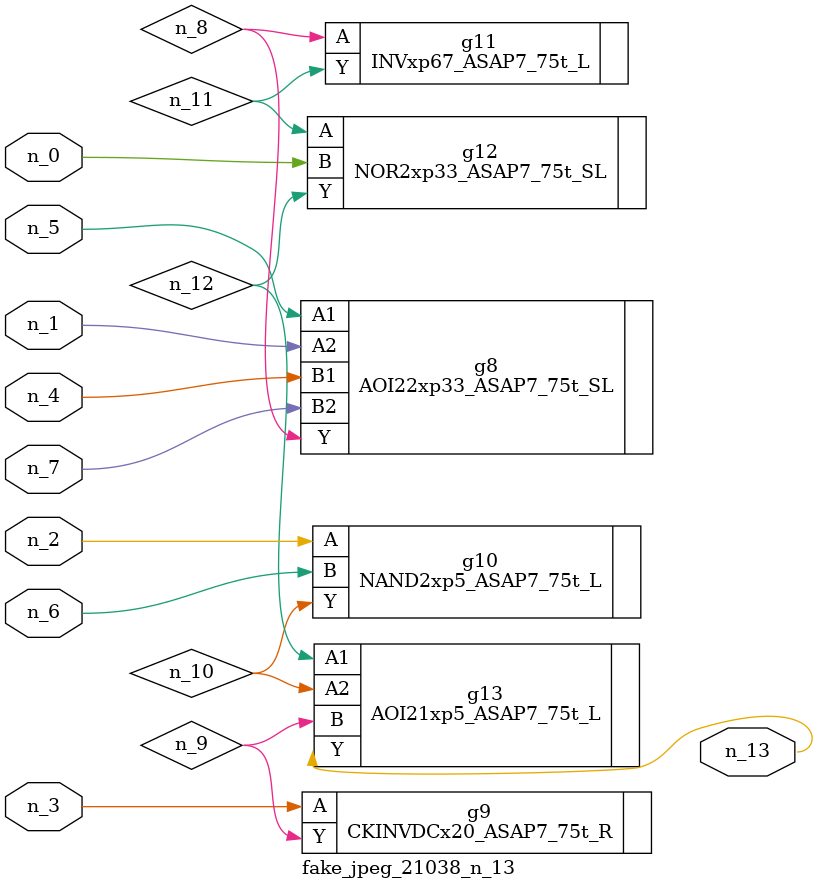
<source format=v>
module fake_jpeg_21038_n_13 (n_3, n_2, n_1, n_0, n_4, n_6, n_5, n_7, n_13);

input n_3;
input n_2;
input n_1;
input n_0;
input n_4;
input n_6;
input n_5;
input n_7;

output n_13;

wire n_11;
wire n_10;
wire n_12;
wire n_8;
wire n_9;

AOI22xp33_ASAP7_75t_SL g8 ( 
.A1(n_5),
.A2(n_1),
.B1(n_4),
.B2(n_7),
.Y(n_8)
);

CKINVDCx20_ASAP7_75t_R g9 ( 
.A(n_3),
.Y(n_9)
);

NAND2xp5_ASAP7_75t_L g10 ( 
.A(n_2),
.B(n_6),
.Y(n_10)
);

INVxp67_ASAP7_75t_L g11 ( 
.A(n_8),
.Y(n_11)
);

NOR2xp33_ASAP7_75t_SL g12 ( 
.A(n_11),
.B(n_0),
.Y(n_12)
);

AOI21xp5_ASAP7_75t_L g13 ( 
.A1(n_12),
.A2(n_10),
.B(n_9),
.Y(n_13)
);


endmodule
</source>
